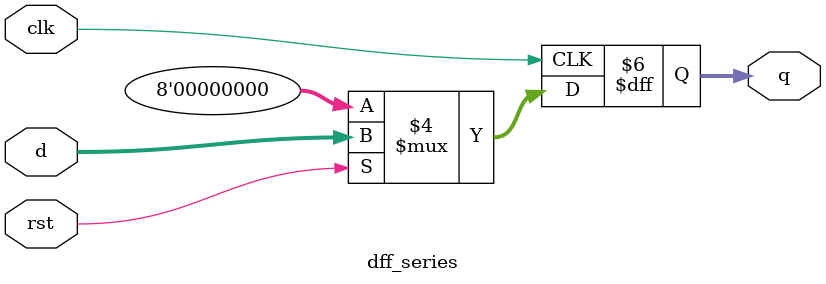
<source format=v>
module dff_series #(localparam n = 8, m = 8)(
	input clk,rst,
	input [n-1:0]d,
	output reg [n-1:0]q
);

always @(posedge clk) begin
	if(!rst)
		q <= 0;
	else
		q <= d;
end

endmodule 	
</source>
